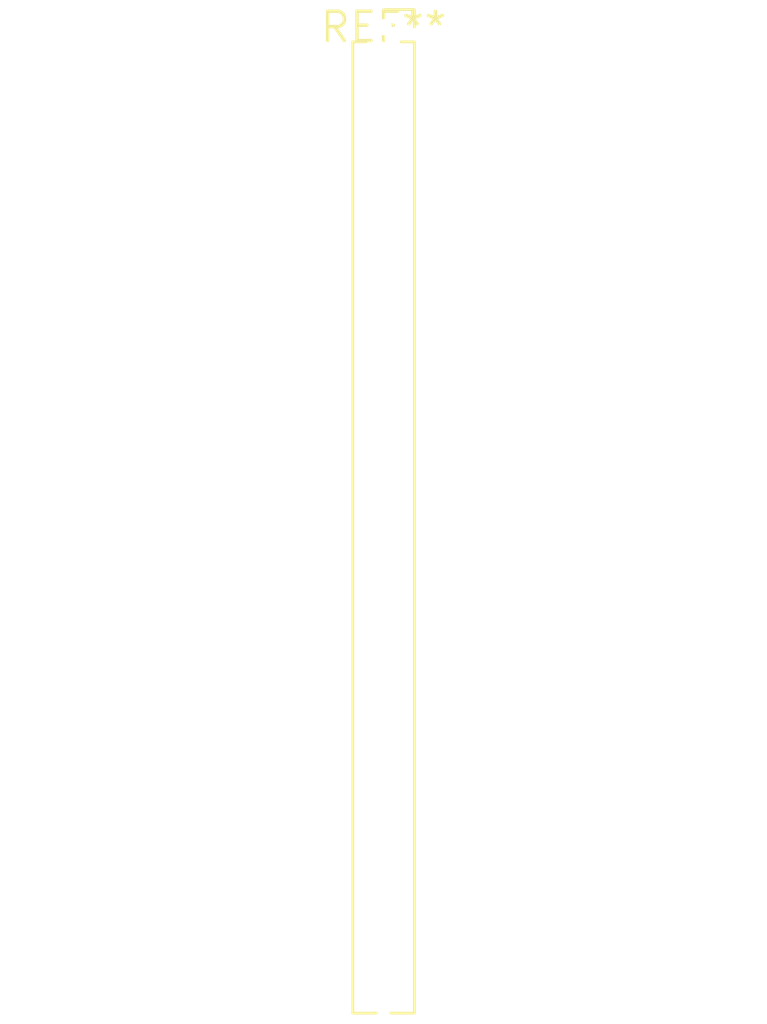
<source format=kicad_pcb>
(kicad_pcb (version 20240108) (generator pcbnew)
  (layers (0 "F.Cu" signal) (31 "B.Cu" signal) (34 "B.Paste" user) (35 "F.Paste" user) (36 "B.SilkS" user "B.Silkscreen") (37 "F.SilkS" user "F.Silkscreen") (38 "B.Mask" user) (39 "F.Mask" user) (44 "Edge.Cuts" user))
  (net 0 "")
  (footprint "PinSocket_1x34_P1.27mm_Vertical" (layer "F.Cu") (at 0 0)
    (property "Reference" "REF**")
    (property "Value" "PinSocket_1x34_P1.27mm_Vertical")
    (fp_line (start -1.33 0.635) (end -1.33 42.605) (layer "F.SilkS") (stroke (width 0.12)))
    (fp_line (start -1.33 0.635) (end -0.76 0.635) (layer "F.SilkS") (stroke (width 0.12)))
    (fp_line (start -1.33 42.605) (end -0.30753 42.605) (layer "F.SilkS") (stroke (width 0.12)))
    (fp_line (start 0 -0.76) (end 1.33 -0.76) (layer "F.SilkS") (stroke (width 0.12)))
    (fp_line (start 0.30753 42.605) (end 1.33 42.605) (layer "F.SilkS") (stroke (width 0.12)))
    (fp_line (start 0.76 0.635) (end 1.33 0.635) (layer "F.SilkS") (stroke (width 0.12)))
    (fp_line (start 1.33 -0.76) (end 1.33 0) (layer "F.SilkS") (stroke (width 0.12)))
    (fp_line (start 1.33 0.635) (end 1.33 42.605) (layer "F.SilkS") (stroke (width 0.12)))
    (pad "1" thru_hole rect (at 0 0) (size 1 1) (drill 0.7) (layers *.Cu *.Mask) (remove_unused_layers))
    (pad "2" thru_hole oval (at 0 1.27) (size 1 1) (drill 0.7) (layers *.Cu *.Mask) (remove_unused_layers))
    (pad "3" thru_hole oval (at 0 2.54) (size 1 1) (drill 0.7) (layers *.Cu *.Mask) (remove_unused_layers))
    (pad "4" thru_hole oval (at 0 3.81) (size 1 1) (drill 0.7) (layers *.Cu *.Mask) (remove_unused_layers))
    (pad "5" thru_hole oval (at 0 5.08) (size 1 1) (drill 0.7) (layers *.Cu *.Mask) (remove_unused_layers))
    (pad "6" thru_hole oval (at 0 6.35) (size 1 1) (drill 0.7) (layers *.Cu *.Mask) (remove_unused_layers))
    (pad "7" thru_hole oval (at 0 7.62) (size 1 1) (drill 0.7) (layers *.Cu *.Mask) (remove_unused_layers))
    (pad "8" thru_hole oval (at 0 8.89) (size 1 1) (drill 0.7) (layers *.Cu *.Mask) (remove_unused_layers))
    (pad "9" thru_hole oval (at 0 10.16) (size 1 1) (drill 0.7) (layers *.Cu *.Mask) (remove_unused_layers))
    (pad "10" thru_hole oval (at 0 11.43) (size 1 1) (drill 0.7) (layers *.Cu *.Mask) (remove_unused_layers))
    (pad "11" thru_hole oval (at 0 12.7) (size 1 1) (drill 0.7) (layers *.Cu *.Mask) (remove_unused_layers))
    (pad "12" thru_hole oval (at 0 13.97) (size 1 1) (drill 0.7) (layers *.Cu *.Mask) (remove_unused_layers))
    (pad "13" thru_hole oval (at 0 15.24) (size 1 1) (drill 0.7) (layers *.Cu *.Mask) (remove_unused_layers))
    (pad "14" thru_hole oval (at 0 16.51) (size 1 1) (drill 0.7) (layers *.Cu *.Mask) (remove_unused_layers))
    (pad "15" thru_hole oval (at 0 17.78) (size 1 1) (drill 0.7) (layers *.Cu *.Mask) (remove_unused_layers))
    (pad "16" thru_hole oval (at 0 19.05) (size 1 1) (drill 0.7) (layers *.Cu *.Mask) (remove_unused_layers))
    (pad "17" thru_hole oval (at 0 20.32) (size 1 1) (drill 0.7) (layers *.Cu *.Mask) (remove_unused_layers))
    (pad "18" thru_hole oval (at 0 21.59) (size 1 1) (drill 0.7) (layers *.Cu *.Mask) (remove_unused_layers))
    (pad "19" thru_hole oval (at 0 22.86) (size 1 1) (drill 0.7) (layers *.Cu *.Mask) (remove_unused_layers))
    (pad "20" thru_hole oval (at 0 24.13) (size 1 1) (drill 0.7) (layers *.Cu *.Mask) (remove_unused_layers))
    (pad "21" thru_hole oval (at 0 25.4) (size 1 1) (drill 0.7) (layers *.Cu *.Mask) (remove_unused_layers))
    (pad "22" thru_hole oval (at 0 26.67) (size 1 1) (drill 0.7) (layers *.Cu *.Mask) (remove_unused_layers))
    (pad "23" thru_hole oval (at 0 27.94) (size 1 1) (drill 0.7) (layers *.Cu *.Mask) (remove_unused_layers))
    (pad "24" thru_hole oval (at 0 29.21) (size 1 1) (drill 0.7) (layers *.Cu *.Mask) (remove_unused_layers))
    (pad "25" thru_hole oval (at 0 30.48) (size 1 1) (drill 0.7) (layers *.Cu *.Mask) (remove_unused_layers))
    (pad "26" thru_hole oval (at 0 31.75) (size 1 1) (drill 0.7) (layers *.Cu *.Mask) (remove_unused_layers))
    (pad "27" thru_hole oval (at 0 33.02) (size 1 1) (drill 0.7) (layers *.Cu *.Mask) (remove_unused_layers))
    (pad "28" thru_hole oval (at 0 34.29) (size 1 1) (drill 0.7) (layers *.Cu *.Mask) (remove_unused_layers))
    (pad "29" thru_hole oval (at 0 35.56) (size 1 1) (drill 0.7) (layers *.Cu *.Mask) (remove_unused_layers))
    (pad "30" thru_hole oval (at 0 36.83) (size 1 1) (drill 0.7) (layers *.Cu *.Mask) (remove_unused_layers))
    (pad "31" thru_hole oval (at 0 38.1) (size 1 1) (drill 0.7) (layers *.Cu *.Mask) (remove_unused_layers))
    (pad "32" thru_hole oval (at 0 39.37) (size 1 1) (drill 0.7) (layers *.Cu *.Mask) (remove_unused_layers))
    (pad "33" thru_hole oval (at 0 40.64) (size 1 1) (drill 0.7) (layers *.Cu *.Mask) (remove_unused_layers))
    (pad "34" thru_hole oval (at 0 41.91) (size 1 1) (drill 0.7) (layers *.Cu *.Mask) (remove_unused_layers))
  )
)
</source>
